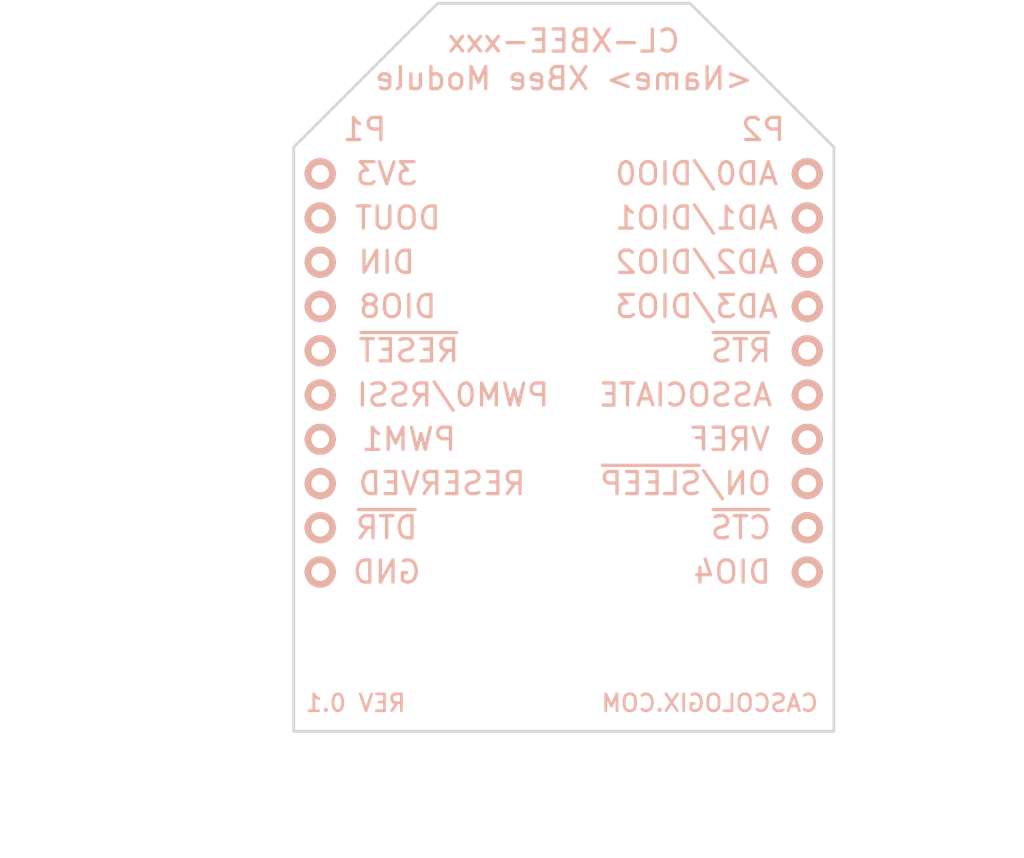
<source format=kicad_pcb>
(kicad_pcb (version 4) (host pcbnew 4.0.4-stable)

  (general
    (links 0)
    (no_connects 0)
    (area 85.770399 77.376499 134.478288 118.7436)
    (thickness 1.6002)
    (drawings 11)
    (tracks 0)
    (zones 0)
    (modules 2)
    (nets 21)
  )

  (page USLetter)
  (title_block
    (title "XBee Pro Template")
    (date 2016-11-25)
    (rev X.x)
    (company "Casco Logix, LLC")
  )

  (layers
    (0 Front signal)
    (1 Power.Cu power)
    (2 Ground.Cu power)
    (31 Back signal)
    (32 B.Adhes user)
    (33 F.Adhes user)
    (34 B.Paste user)
    (35 F.Paste user)
    (36 B.SilkS user)
    (37 F.SilkS user)
    (38 B.Mask user)
    (39 F.Mask user)
    (40 Dwgs.User user)
    (41 Cmts.User user)
    (42 Eco1.User user)
    (43 Eco2.User user)
    (44 Edge.Cuts user)
  )

  (setup
    (last_trace_width 0.1524)
    (user_trace_width 0.1524)
    (user_trace_width 0.254)
    (user_trace_width 0.381)
    (user_trace_width 0.508)
    (user_trace_width 0.635)
    (user_trace_width 0.762)
    (user_trace_width 0.889)
    (user_trace_width 1.016)
    (trace_clearance 0.1524)
    (zone_clearance 0.25)
    (zone_45_only no)
    (trace_min 0.127)
    (segment_width 0.254)
    (edge_width 0.127)
    (via_size 0.4572)
    (via_drill 0.3048)
    (via_min_size 0.4572)
    (via_min_drill 0.254)
    (uvia_size 0.254)
    (uvia_drill 0.1016)
    (uvias_allowed no)
    (uvia_min_size 0.254)
    (uvia_min_drill 0.1016)
    (pcb_text_width 0.3048)
    (pcb_text_size 1.524 2.032)
    (mod_edge_width 0.1524)
    (mod_text_size 0.762 0.762)
    (mod_text_width 0.127)
    (pad_size 1.27 1.016)
    (pad_drill 0)
    (pad_to_mask_clearance 0.254)
    (aux_axis_origin 99 110.34)
    (grid_origin 99 110.34)
    (visible_elements 7FFEFFFF)
    (pcbplotparams
      (layerselection 0x010f0_80000001)
      (usegerberextensions true)
      (excludeedgelayer true)
      (linewidth 0.150000)
      (plotframeref false)
      (viasonmask false)
      (mode 1)
      (useauxorigin true)
      (hpglpennumber 1)
      (hpglpenspeed 20)
      (hpglpendiameter 15)
      (hpglpenoverlay 2)
      (psnegative false)
      (psa4output false)
      (plotreference true)
      (plotvalue false)
      (plotinvisibletext false)
      (padsonsilk false)
      (subtractmaskfromsilk false)
      (outputformat 1)
      (mirror false)
      (drillshape 0)
      (scaleselection 1)
      (outputdirectory Z:/Engineering/Projects/Bluetooth_LE/RedBee/Hardware/Gerbers/))
  )

  (net 0 "")
  (net 1 GND)
  (net 2 RESET)
  (net 3 "Net-(P1-Pad8)")
  (net 4 "Net-(P1-Pad9)")
  (net 5 VDD)
  (net 6 DIO9)
  (net 7 DIO7)
  (net 8 DIO8)
  (net 9 RXD)
  (net 10 TXD)
  (net 11 CTRL)
  (net 12 ROLE)
  (net 13 DIO2)
  (net 14 DIO3)
  (net 15 DIO5)
  (net 16 SLEEP)
  (net 17 DIO6)
  (net 18 DIO4)
  (net 19 "Net-(P2-Pad15)")
  (net 20 "Net-(P2-Pad14)")

  (net_class Default "This is the default net class."
    (clearance 0.1524)
    (trace_width 0.1524)
    (via_dia 0.4572)
    (via_drill 0.3048)
    (uvia_dia 0.254)
    (uvia_drill 0.1016)
    (add_net CTRL)
    (add_net DIO2)
    (add_net DIO3)
    (add_net DIO4)
    (add_net DIO5)
    (add_net DIO6)
    (add_net DIO7)
    (add_net DIO8)
    (add_net DIO9)
    (add_net "Net-(P1-Pad8)")
    (add_net "Net-(P1-Pad9)")
    (add_net "Net-(P2-Pad14)")
    (add_net "Net-(P2-Pad15)")
    (add_net RESET)
    (add_net ROLE)
    (add_net RXD)
    (add_net SLEEP)
    (add_net TXD)
  )

  (net_class Power ""
    (clearance 0.1524)
    (trace_width 0.3048)
    (via_dia 0.635)
    (via_drill 0.3048)
    (uvia_dia 0.254)
    (uvia_drill 0.1016)
    (add_net GND)
    (add_net VDD)
  )

  (module Header:HEADER_XBEE_P11_P20_ALT3 locked (layer Back) (tedit 583895B1) (tstamp 5839CB55)
    (at 122.2 93.14 180)
    (path /5838A361)
    (fp_text reference P2 (at 2 10 180) (layer B.SilkS)
      (effects (font (size 1 1) (thickness 0.1524)) (justify mirror))
    )
    (fp_text value HEADER_M_XBEE_P11-P20_PTH_DTE (at 11 -13 180) (layer B.SilkS) hide
      (effects (font (size 1 1) (thickness 0.1524)) (justify mirror))
    )
    (fp_text user "" (at 10.5 12 180) (layer Cmts.User)
      (effects (font (size 1 1) (thickness 0.15)))
    )
    (fp_text user "" (at 11 14 180) (layer Cmts.User)
      (effects (font (size 1 1) (thickness 0.15)))
    )
    (fp_text user AD0/DIO0 (at 5 8 180) (layer B.SilkS)
      (effects (font (size 1 1) (thickness 0.15)) (justify mirror))
    )
    (fp_text user AD1/DIO1 (at 5 6 180) (layer B.SilkS)
      (effects (font (size 1 1) (thickness 0.15)) (justify mirror))
    )
    (fp_text user AD2/DIO2 (at 5 4 180) (layer B.SilkS)
      (effects (font (size 1 1) (thickness 0.15)) (justify mirror))
    )
    (fp_text user AD3/DIO3 (at 5 2 180) (layer B.SilkS)
      (effects (font (size 1 1) (thickness 0.15)) (justify mirror))
    )
    (fp_text user ~RTS (at 3 0 180) (layer B.SilkS)
      (effects (font (size 1 1) (thickness 0.15)) (justify mirror))
    )
    (fp_text user ASSOCIATE (at 5.5 -2 180) (layer B.SilkS)
      (effects (font (size 1 1) (thickness 0.15)) (justify mirror))
    )
    (fp_text user VREF (at 3.5 -4 180) (layer B.SilkS)
      (effects (font (size 1 1) (thickness 0.15)) (justify mirror))
    )
    (fp_text user ON/~SLEEP (at 5.5 -6 180) (layer B.SilkS)
      (effects (font (size 1 1) (thickness 0.15)) (justify mirror))
    )
    (fp_text user ~CTS (at 3 -8 180) (layer B.SilkS)
      (effects (font (size 1 1) (thickness 0.15)) (justify mirror))
    )
    (fp_text user DIO4 (at 3.4 -10 180) (layer B.SilkS)
      (effects (font (size 1 1) (thickness 0.15)) (justify mirror))
    )
    (pad 20 thru_hole circle (at 0 8) (size 1.4 1.4) (drill 0.8) (layers *.Cu *.Mask B.SilkS)
      (net 11 CTRL))
    (pad 19 thru_hole circle (at 0 6) (size 1.4 1.4) (drill 0.8) (layers *.Cu *.Mask B.SilkS)
      (net 12 ROLE))
    (pad 18 thru_hole circle (at 0 4) (size 1.4 1.4) (drill 0.8) (layers *.Cu *.Mask B.SilkS)
      (net 13 DIO2))
    (pad 17 thru_hole circle (at 0 2) (size 1.4 1.4) (drill 0.8) (layers *.Cu *.Mask B.SilkS)
      (net 14 DIO3))
    (pad 16 thru_hole circle (at 0 0) (size 1.4 1.4) (drill 0.8) (layers *.Cu *.Mask B.SilkS)
      (net 15 DIO5))
    (pad 15 thru_hole circle (at 0 -2) (size 1.4 1.4) (drill 0.8) (layers *.Cu *.Mask B.SilkS)
      (net 19 "Net-(P2-Pad15)"))
    (pad 14 thru_hole circle (at 0 -4) (size 1.4 1.4) (drill 0.8) (layers *.Cu *.Mask B.SilkS)
      (net 20 "Net-(P2-Pad14)"))
    (pad 13 thru_hole circle (at 0 -6) (size 1.4 1.4) (drill 0.8) (layers *.Cu *.Mask B.SilkS)
      (net 16 SLEEP))
    (pad 12 thru_hole circle (at 0 -8) (size 1.4 1.4) (drill 0.8) (layers *.Cu *.Mask B.SilkS)
      (net 17 DIO6))
    (pad 11 thru_hole circle (at 0 -10) (size 1.4 1.4) (drill 0.8) (layers *.Cu *.Mask B.SilkS)
      (net 18 DIO4))
    (model C:/Engineering/KiCAD_Libraries/3D/Headers/VRML/HEADER_M_2.00MM_1R10P_ST_AU_PTH.wrl
      (at (xyz 0 -0.03937 0))
      (scale (xyz 1 1 1))
      (rotate (xyz 0 0 90))
    )
  )

  (module Header:HEADER_XBEE_P1_P10_ALT3 locked (layer Back) (tedit 58389255) (tstamp 5836911A)
    (at 111.2 93.14 180)
    (path /5838A31A)
    (fp_text reference P1 (at 9 10 180) (layer B.SilkS)
      (effects (font (size 1 1) (thickness 0.1524)) (justify mirror))
    )
    (fp_text value "XBEE HEADER" (at 0 -13 180) (layer B.SilkS) hide
      (effects (font (size 1 1) (thickness 0.1524)) (justify mirror))
    )
    (fp_text user "" (at 0 -13 180) (layer Cmts.User)
      (effects (font (size 1 1) (thickness 0.15)))
    )
    (fp_text user "" (at 0 10 180) (layer Cmts.User)
      (effects (font (size 1 1) (thickness 0.15)))
    )
    (fp_text user CL-XBEE-xxx (at 0 14 180) (layer B.SilkS)
      (effects (font (size 1 1) (thickness 0.15)) (justify mirror))
    )
    (fp_text user 3V3 (at 8 8 180) (layer B.SilkS)
      (effects (font (size 1 1) (thickness 0.15)) (justify mirror))
    )
    (fp_text user "<Name> XBee Module" (at 0 12.3 180) (layer B.SilkS)
      (effects (font (size 1 1) (thickness 0.15)) (justify mirror))
    )
    (fp_text user DOUT (at 7.5 6 180) (layer B.SilkS)
      (effects (font (size 1 1) (thickness 0.15)) (justify mirror))
    )
    (fp_text user DIN (at 8 4 180) (layer B.SilkS)
      (effects (font (size 1 1) (thickness 0.15)) (justify mirror))
    )
    (fp_text user DIO8 (at 7.5 2 180) (layer B.SilkS)
      (effects (font (size 1 1) (thickness 0.15)) (justify mirror))
    )
    (fp_text user ~RESET (at 7 0 180) (layer B.SilkS)
      (effects (font (size 1 1) (thickness 0.15)) (justify mirror))
    )
    (fp_text user PWM0/RSSI (at 5 -2 180) (layer B.SilkS)
      (effects (font (size 1 1) (thickness 0.15)) (justify mirror))
    )
    (fp_text user PWM1 (at 7 -4 180) (layer B.SilkS)
      (effects (font (size 1 1) (thickness 0.15)) (justify mirror))
    )
    (fp_text user RESERVED (at 5.5 -6 180) (layer B.SilkS)
      (effects (font (size 1 1) (thickness 0.15)) (justify mirror))
    )
    (fp_text user ~DTR (at 8 -8 180) (layer B.SilkS)
      (effects (font (size 1 1) (thickness 0.15)) (justify mirror))
    )
    (fp_text user GND (at 8 -10 180) (layer B.SilkS)
      (effects (font (size 1 1) (thickness 0.15)) (justify mirror))
    )
    (pad 10 thru_hole circle (at 11 -10) (size 1.4 1.4) (drill 0.8) (layers *.Cu *.Mask B.SilkS)
      (net 1 GND))
    (pad 9 thru_hole circle (at 11 -8) (size 1.4 1.4) (drill 0.8) (layers *.Cu *.Mask B.SilkS)
      (net 4 "Net-(P1-Pad9)"))
    (pad 8 thru_hole circle (at 11 -6) (size 1.4 1.4) (drill 0.8) (layers *.Cu *.Mask B.SilkS)
      (net 3 "Net-(P1-Pad8)"))
    (pad 7 thru_hole circle (at 11 -4) (size 1.4 1.4) (drill 0.8) (layers *.Cu *.Mask B.SilkS)
      (net 6 DIO9))
    (pad 6 thru_hole circle (at 11 -2) (size 1.4 1.4) (drill 0.8) (layers *.Cu *.Mask B.SilkS)
      (net 7 DIO7))
    (pad 5 thru_hole circle (at 11 0) (size 1.4 1.4) (drill 0.8) (layers *.Cu *.Mask B.SilkS)
      (net 2 RESET))
    (pad 4 thru_hole circle (at 11 2) (size 1.4 1.4) (drill 0.8) (layers *.Cu *.Mask B.SilkS)
      (net 8 DIO8))
    (pad 3 thru_hole circle (at 11 4) (size 1.4 1.4) (drill 0.8) (layers *.Cu *.Mask B.SilkS)
      (net 9 RXD))
    (pad 2 thru_hole circle (at 11 6) (size 1.4 1.4) (drill 0.8) (layers *.Cu *.Mask B.SilkS)
      (net 10 TXD))
    (pad 1 thru_hole circle (at 11 8) (size 1.4 1.4) (drill 0.8) (layers *.Cu *.Mask B.SilkS)
      (net 5 VDD))
    (model C:/Engineering/KiCAD_Libraries/3D/Headers/VRML/HEADER_M_2.00MM_1R10P_ST_AU_PTH.wrl
      (at (xyz 0.433 -0.03937 0))
      (scale (xyz 1 1 1))
      (rotate (xyz 0 0 90))
    )
  )

  (dimension 7.2 (width 0.3048) (layer Dwgs.User)
    (gr_text "7.200 mm" (at 128.6 96.34 270) (layer Dwgs.User)
      (effects (font (size 2.032 1.524) (thickness 0.3048)))
    )
    (feature1 (pts (xy 123.9 110.34) (xy 131.6512 110.34)))
    (feature2 (pts (xy 123.9 103.14) (xy 131.6512 103.14)))
    (crossbar (pts (xy 128.4 103.14) (xy 128.4 110.34)))
    (arrow1a (pts (xy 128.4 110.34) (xy 127.813579 109.213496)))
    (arrow1b (pts (xy 128.4 110.34) (xy 128.986421 109.213496)))
    (arrow2a (pts (xy 128.4 103.14) (xy 127.813579 104.266504)))
    (arrow2b (pts (xy 128.4 103.14) (xy 128.986421 104.266504)))
  )
  (dimension 32.9 (width 0.3048) (layer Dwgs.User)
    (gr_text "32.900 mm" (at 92.3744 93.89 270) (layer Dwgs.User)
      (effects (font (size 2.032 1.524) (thickness 0.3048)))
    )
    (feature1 (pts (xy 98.5 110.34) (xy 90.7488 110.34)))
    (feature2 (pts (xy 98.5 77.44) (xy 90.7488 77.44)))
    (crossbar (pts (xy 94 77.44) (xy 94 110.34)))
    (arrow1a (pts (xy 94 110.34) (xy 93.413579 109.213496)))
    (arrow1b (pts (xy 94 110.34) (xy 94.586421 109.213496)))
    (arrow2a (pts (xy 94 77.44) (xy 93.413579 78.566504)))
    (arrow2b (pts (xy 94 77.44) (xy 94.586421 78.566504)))
  )
  (dimension 24.4 (width 0.3048) (layer Dwgs.User)
    (gr_text "24.400 mm" (at 111.2 116.965599) (layer Dwgs.User)
      (effects (font (size 2.032 1.524) (thickness 0.3048)))
    )
    (feature1 (pts (xy 123.4 110.84) (xy 123.4 118.591199)))
    (feature2 (pts (xy 99 110.84) (xy 99 118.591199)))
    (crossbar (pts (xy 99 115.339999) (xy 123.4 115.339999)))
    (arrow1a (pts (xy 123.4 115.339999) (xy 122.273496 115.92642)))
    (arrow1b (pts (xy 123.4 115.339999) (xy 122.273496 114.753578)))
    (arrow2a (pts (xy 99 115.339999) (xy 100.126504 115.92642)))
    (arrow2b (pts (xy 99 115.339999) (xy 100.126504 114.753578)))
  )
  (gr_text CASCOLOGIX.COM (at 117.796 109.064) (layer B.SilkS)
    (effects (font (size 0.762 0.762) (thickness 0.127)) (justify mirror))
  )
  (gr_text "REV 0.1" (at 101.794 109.064) (layer B.SilkS)
    (effects (font (size 0.762 0.762) (thickness 0.127)) (justify mirror))
  )
  (gr_line (start 116.9 77.44) (end 105.5 77.44) (angle 90) (layer Edge.Cuts) (width 0.127))
  (gr_line (start 123.4 83.94) (end 116.9 77.44) (angle 90) (layer Edge.Cuts) (width 0.127))
  (gr_line (start 99 83.94) (end 105.5 77.44) (angle 90) (layer Edge.Cuts) (width 0.127))
  (gr_line (start 99 110.34) (end 99 83.94) (angle 90) (layer Edge.Cuts) (width 0.127))
  (gr_line (start 123.4 110.34) (end 123.4 83.94) (angle 90) (layer Edge.Cuts) (width 0.127))
  (gr_line (start 99 110.34) (end 123.4 110.34) (angle 90) (layer Edge.Cuts) (width 0.127))

  (zone (net 5) (net_name VDD) (layer Power.Cu) (tstamp 5836FDE5) (hatch edge 0.508)
    (connect_pads (clearance 0.25))
    (min_thickness 0.15)
    (fill yes (arc_segments 16) (thermal_gap 0.25) (thermal_bridge_width 0.5))
    (polygon
      (pts
        (xy 123.4 110.34) (xy 99 110.34) (xy 99 83.94) (xy 101.4 83.94) (xy 103.6 86.14)
        (xy 123.4 86.14)
      )
    )
    (filled_polygon
      (pts
        (xy 103.546967 86.193033) (xy 103.571778 86.209488) (xy 103.6 86.215) (xy 121.754562 86.215) (xy 121.620143 86.270541)
        (xy 121.331554 86.558626) (xy 121.175178 86.93522) (xy 121.174822 87.342991) (xy 121.330541 87.719857) (xy 121.618626 88.008446)
        (xy 121.935757 88.140131) (xy 121.620143 88.270541) (xy 121.331554 88.558626) (xy 121.175178 88.93522) (xy 121.174822 89.342991)
        (xy 121.330541 89.719857) (xy 121.618626 90.008446) (xy 121.935757 90.140131) (xy 121.620143 90.270541) (xy 121.331554 90.558626)
        (xy 121.175178 90.93522) (xy 121.174822 91.342991) (xy 121.330541 91.719857) (xy 121.618626 92.008446) (xy 121.935757 92.140131)
        (xy 121.620143 92.270541) (xy 121.331554 92.558626) (xy 121.175178 92.93522) (xy 121.174822 93.342991) (xy 121.330541 93.719857)
        (xy 121.618626 94.008446) (xy 121.935757 94.140131) (xy 121.620143 94.270541) (xy 121.331554 94.558626) (xy 121.175178 94.93522)
        (xy 121.174822 95.342991) (xy 121.330541 95.719857) (xy 121.618626 96.008446) (xy 121.935757 96.140131) (xy 121.620143 96.270541)
        (xy 121.331554 96.558626) (xy 121.175178 96.93522) (xy 121.174822 97.342991) (xy 121.330541 97.719857) (xy 121.618626 98.008446)
        (xy 121.935757 98.140131) (xy 121.620143 98.270541) (xy 121.331554 98.558626) (xy 121.175178 98.93522) (xy 121.174822 99.342991)
        (xy 121.330541 99.719857) (xy 121.618626 100.008446) (xy 121.935757 100.140131) (xy 121.620143 100.270541) (xy 121.331554 100.558626)
        (xy 121.175178 100.93522) (xy 121.174822 101.342991) (xy 121.330541 101.719857) (xy 121.618626 102.008446) (xy 121.935757 102.140131)
        (xy 121.620143 102.270541) (xy 121.331554 102.558626) (xy 121.175178 102.93522) (xy 121.174822 103.342991) (xy 121.330541 103.719857)
        (xy 121.618626 104.008446) (xy 121.99522 104.164822) (xy 122.402991 104.165178) (xy 122.779857 104.009459) (xy 123.0115 103.778221)
        (xy 123.0115 109.9515) (xy 99.3885 109.9515) (xy 99.3885 103.777917) (xy 99.618626 104.008446) (xy 99.99522 104.164822)
        (xy 100.402991 104.165178) (xy 100.779857 104.009459) (xy 101.068446 103.721374) (xy 101.224822 103.34478) (xy 101.225178 102.937009)
        (xy 101.069459 102.560143) (xy 100.781374 102.271554) (xy 100.464243 102.139869) (xy 100.779857 102.009459) (xy 101.068446 101.721374)
        (xy 101.224822 101.34478) (xy 101.225178 100.937009) (xy 101.069459 100.560143) (xy 100.781374 100.271554) (xy 100.464243 100.139869)
        (xy 100.779857 100.009459) (xy 101.068446 99.721374) (xy 101.224822 99.34478) (xy 101.225178 98.937009) (xy 101.069459 98.560143)
        (xy 100.781374 98.271554) (xy 100.464243 98.139869) (xy 100.779857 98.009459) (xy 101.068446 97.721374) (xy 101.224822 97.34478)
        (xy 101.225178 96.937009) (xy 101.069459 96.560143) (xy 100.781374 96.271554) (xy 100.464243 96.139869) (xy 100.779857 96.009459)
        (xy 101.068446 95.721374) (xy 101.224822 95.34478) (xy 101.225178 94.937009) (xy 101.069459 94.560143) (xy 100.781374 94.271554)
        (xy 100.464243 94.139869) (xy 100.779857 94.009459) (xy 101.068446 93.721374) (xy 101.224822 93.34478) (xy 101.225178 92.937009)
        (xy 101.069459 92.560143) (xy 100.781374 92.271554) (xy 100.464243 92.139869) (xy 100.779857 92.009459) (xy 101.068446 91.721374)
        (xy 101.224822 91.34478) (xy 101.225178 90.937009) (xy 101.069459 90.560143) (xy 100.781374 90.271554) (xy 100.464243 90.139869)
        (xy 100.779857 90.009459) (xy 101.068446 89.721374) (xy 101.224822 89.34478) (xy 101.225178 88.937009) (xy 101.069459 88.560143)
        (xy 100.781374 88.271554) (xy 100.464243 88.139869) (xy 100.779857 88.009459) (xy 101.068446 87.721374) (xy 101.224822 87.34478)
        (xy 101.225178 86.937009) (xy 101.069459 86.560143) (xy 100.781374 86.271554) (xy 100.463223 86.139446) (xy 100.534025 86.130263)
        (xy 100.664032 86.076413) (xy 100.74646 85.933947) (xy 100.2 85.387487) (xy 99.65354 85.933947) (xy 99.735968 86.076413)
        (xy 99.950061 86.134221) (xy 99.620143 86.270541) (xy 99.3885 86.501779) (xy 99.3885 85.676304) (xy 99.406053 85.68646)
        (xy 99.952513 85.14) (xy 100.447487 85.14) (xy 100.993947 85.68646) (xy 101.136413 85.604032) (xy 101.24271 85.210359)
        (xy 101.190263 84.805975) (xy 101.136413 84.675968) (xy 100.993947 84.59354) (xy 100.447487 85.14) (xy 99.952513 85.14)
        (xy 99.406053 84.59354) (xy 99.3885 84.603696) (xy 99.3885 84.346053) (xy 99.65354 84.346053) (xy 100.2 84.892513)
        (xy 100.74646 84.346053) (xy 100.664032 84.203587) (xy 100.270359 84.09729) (xy 99.865975 84.149737) (xy 99.735968 84.203587)
        (xy 99.65354 84.346053) (xy 99.3885 84.346053) (xy 99.3885 84.100922) (xy 99.474422 84.015) (xy 101.368934 84.015)
      )
    )
  )
  (zone (net 1) (net_name GND) (layer Ground.Cu) (tstamp 5836FDE5) (hatch edge 0.508)
    (connect_pads (clearance 0.25))
    (min_thickness 0.15)
    (fill yes (arc_segments 16) (thermal_gap 0.25) (thermal_bridge_width 0.5))
    (polygon
      (pts
        (xy 123.4 110.34) (xy 99 110.34) (xy 99 86.14) (xy 123.4 86.14)
      )
    )
    (filled_polygon
      (pts
        (xy 121.620143 86.270541) (xy 121.331554 86.558626) (xy 121.175178 86.93522) (xy 121.174822 87.342991) (xy 121.330541 87.719857)
        (xy 121.618626 88.008446) (xy 121.935757 88.140131) (xy 121.620143 88.270541) (xy 121.331554 88.558626) (xy 121.175178 88.93522)
        (xy 121.174822 89.342991) (xy 121.330541 89.719857) (xy 121.618626 90.008446) (xy 121.935757 90.140131) (xy 121.620143 90.270541)
        (xy 121.331554 90.558626) (xy 121.175178 90.93522) (xy 121.174822 91.342991) (xy 121.330541 91.719857) (xy 121.618626 92.008446)
        (xy 121.935757 92.140131) (xy 121.620143 92.270541) (xy 121.331554 92.558626) (xy 121.175178 92.93522) (xy 121.174822 93.342991)
        (xy 121.330541 93.719857) (xy 121.618626 94.008446) (xy 121.935757 94.140131) (xy 121.620143 94.270541) (xy 121.331554 94.558626)
        (xy 121.175178 94.93522) (xy 121.174822 95.342991) (xy 121.330541 95.719857) (xy 121.618626 96.008446) (xy 121.935757 96.140131)
        (xy 121.620143 96.270541) (xy 121.331554 96.558626) (xy 121.175178 96.93522) (xy 121.174822 97.342991) (xy 121.330541 97.719857)
        (xy 121.618626 98.008446) (xy 121.935757 98.140131) (xy 121.620143 98.270541) (xy 121.331554 98.558626) (xy 121.175178 98.93522)
        (xy 121.174822 99.342991) (xy 121.330541 99.719857) (xy 121.618626 100.008446) (xy 121.935757 100.140131) (xy 121.620143 100.270541)
        (xy 121.331554 100.558626) (xy 121.175178 100.93522) (xy 121.174822 101.342991) (xy 121.330541 101.719857) (xy 121.618626 102.008446)
        (xy 121.935757 102.140131) (xy 121.620143 102.270541) (xy 121.331554 102.558626) (xy 121.175178 102.93522) (xy 121.174822 103.342991)
        (xy 121.330541 103.719857) (xy 121.618626 104.008446) (xy 121.99522 104.164822) (xy 122.402991 104.165178) (xy 122.779857 104.009459)
        (xy 123.0115 103.778221) (xy 123.0115 109.9515) (xy 99.3885 109.9515) (xy 99.3885 103.933947) (xy 99.65354 103.933947)
        (xy 99.735968 104.076413) (xy 100.129641 104.18271) (xy 100.534025 104.130263) (xy 100.664032 104.076413) (xy 100.74646 103.933947)
        (xy 100.2 103.387487) (xy 99.65354 103.933947) (xy 99.3885 103.933947) (xy 99.3885 103.676304) (xy 99.406053 103.68646)
        (xy 99.952513 103.14) (xy 100.447487 103.14) (xy 100.993947 103.68646) (xy 101.136413 103.604032) (xy 101.24271 103.210359)
        (xy 101.190263 102.805975) (xy 101.136413 102.675968) (xy 100.993947 102.59354) (xy 100.447487 103.14) (xy 99.952513 103.14)
        (xy 99.406053 102.59354) (xy 99.3885 102.603696) (xy 99.3885 101.777917) (xy 99.618626 102.008446) (xy 99.936777 102.140554)
        (xy 99.865975 102.149737) (xy 99.735968 102.203587) (xy 99.65354 102.346053) (xy 100.2 102.892513) (xy 100.74646 102.346053)
        (xy 100.664032 102.203587) (xy 100.449939 102.145779) (xy 100.779857 102.009459) (xy 101.068446 101.721374) (xy 101.224822 101.34478)
        (xy 101.225178 100.937009) (xy 101.069459 100.560143) (xy 100.781374 100.271554) (xy 100.464243 100.139869) (xy 100.779857 100.009459)
        (xy 101.068446 99.721374) (xy 101.224822 99.34478) (xy 101.225178 98.937009) (xy 101.069459 98.560143) (xy 100.781374 98.271554)
        (xy 100.464243 98.139869) (xy 100.779857 98.009459) (xy 101.068446 97.721374) (xy 101.224822 97.34478) (xy 101.225178 96.937009)
        (xy 101.069459 96.560143) (xy 100.781374 96.271554) (xy 100.464243 96.139869) (xy 100.779857 96.009459) (xy 101.068446 95.721374)
        (xy 101.224822 95.34478) (xy 101.225178 94.937009) (xy 101.069459 94.560143) (xy 100.781374 94.271554) (xy 100.464243 94.139869)
        (xy 100.779857 94.009459) (xy 101.068446 93.721374) (xy 101.224822 93.34478) (xy 101.225178 92.937009) (xy 101.069459 92.560143)
        (xy 100.781374 92.271554) (xy 100.464243 92.139869) (xy 100.779857 92.009459) (xy 101.068446 91.721374) (xy 101.224822 91.34478)
        (xy 101.225178 90.937009) (xy 101.069459 90.560143) (xy 100.781374 90.271554) (xy 100.464243 90.139869) (xy 100.779857 90.009459)
        (xy 101.068446 89.721374) (xy 101.224822 89.34478) (xy 101.225178 88.937009) (xy 101.069459 88.560143) (xy 100.781374 88.271554)
        (xy 100.464243 88.139869) (xy 100.779857 88.009459) (xy 101.068446 87.721374) (xy 101.224822 87.34478) (xy 101.225178 86.937009)
        (xy 101.069459 86.560143) (xy 100.781374 86.271554) (xy 100.645178 86.215) (xy 121.754562 86.215)
      )
    )
  )
)

</source>
